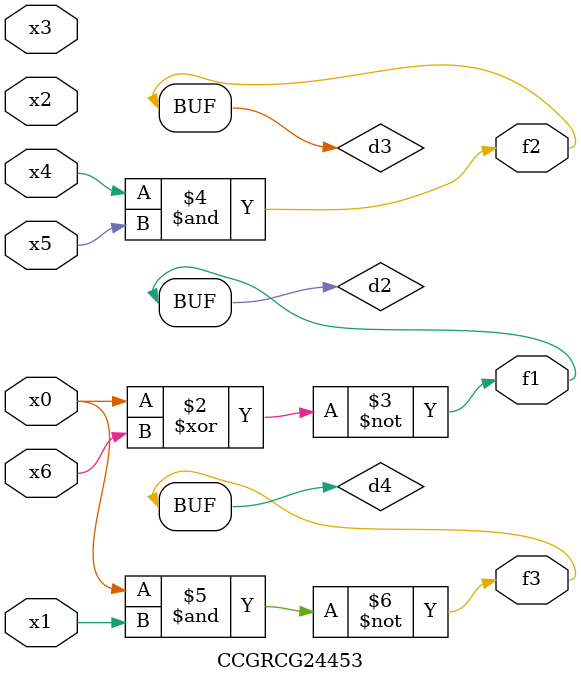
<source format=v>
module CCGRCG24453(
	input x0, x1, x2, x3, x4, x5, x6,
	output f1, f2, f3
);

	wire d1, d2, d3, d4;

	nor (d1, x0);
	xnor (d2, x0, x6);
	and (d3, x4, x5);
	nand (d4, x0, x1);
	assign f1 = d2;
	assign f2 = d3;
	assign f3 = d4;
endmodule

</source>
